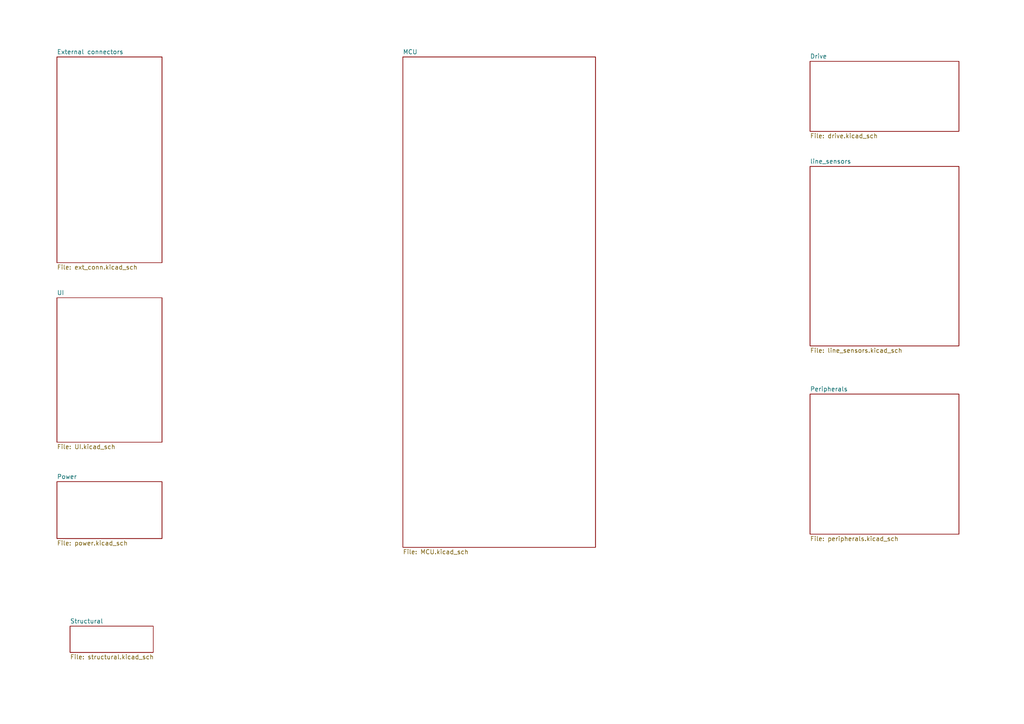
<source format=kicad_sch>
(kicad_sch (version 20211123) (generator eeschema)
  (paper "A4")
  (lib_symbols)
  (sheet (at 116.84 16.51) (size 55.88 142.24) (stroke (width 0.1524))
    (property "Sheet name" "MCU" (at 116.84 15.7984 0) (effects (justify left bottom)))
    (property "Sheet file" "MCU.kicad_sch" (at 116.84 159.3346 0) (effects (justify left top)))
  )
  (sheet (at 16.51 16.51) (size 30.48 59.69) (stroke (width 0.1524))
    (property "Sheet name" "External connectors" (at 16.51 15.7984 0) (effects (justify left bottom)))
    (property "Sheet file" "ext_conn.kicad_sch" (at 16.51 76.7846 0) (effects (justify left top)))
  )
  (sheet (at 234.95 114.3) (size 43.18 40.64) (stroke (width 0.1524))
    (property "Sheet name" "Peripherals" (at 234.95 113.5884 0) (effects (justify left bottom)))
    (property "Sheet file" "peripherals.kicad_sch" (at 234.95 155.5246 0) (effects (justify left top)))
  )
  (sheet (at 16.51 139.7) (size 30.48 16.51) (stroke (width 0.1524))
    (property "Sheet name" "Power" (at 16.51 138.9884 0) (effects (justify left bottom)))
    (property "Sheet file" "power.kicad_sch" (at 16.51 156.7946 0) (effects (justify left top)))
  )
  (sheet (at 234.95 48.26) (size 43.18 52.07) (stroke (width 0.1524))
    (property "Sheet name" "line_sensors" (at 234.95 47.5484 0) (effects (justify left bottom)))
    (property "Sheet file" "line_sensors.kicad_sch" (at 234.95 100.9146 0) (effects (justify left top)))
  )
  (sheet (at 16.51 86.36) (size 30.48 41.91) (stroke (width 0.1524))
    (property "Sheet name" "UI" (at 16.51 85.6484 0) (effects (justify left bottom)))
    (property "Sheet file" "UI.kicad_sch" (at 16.51 128.8546 0) (effects (justify left top)))
  )
  (sheet (at 234.95 17.78) (size 43.18 20.32) (stroke (width 0.1524))
    (property "Sheet name" "Drive" (at 234.95 17.0684 0) (effects (justify left bottom)))
    (property "Sheet file" "drive.kicad_sch" (at 234.95 38.6846 0) (effects (justify left top)))
  )
  (sheet (at 20.32 181.61) (size 24.13 7.62) (stroke (width 0.1524))
    (property "Sheet name" "Structural" (at 20.32 180.8984 0) (effects (justify left bottom)))
    (property "Sheet file" "structural.kicad_sch" (at 20.32 189.8146 0) (effects (justify left top)))
  )
)
</source>
